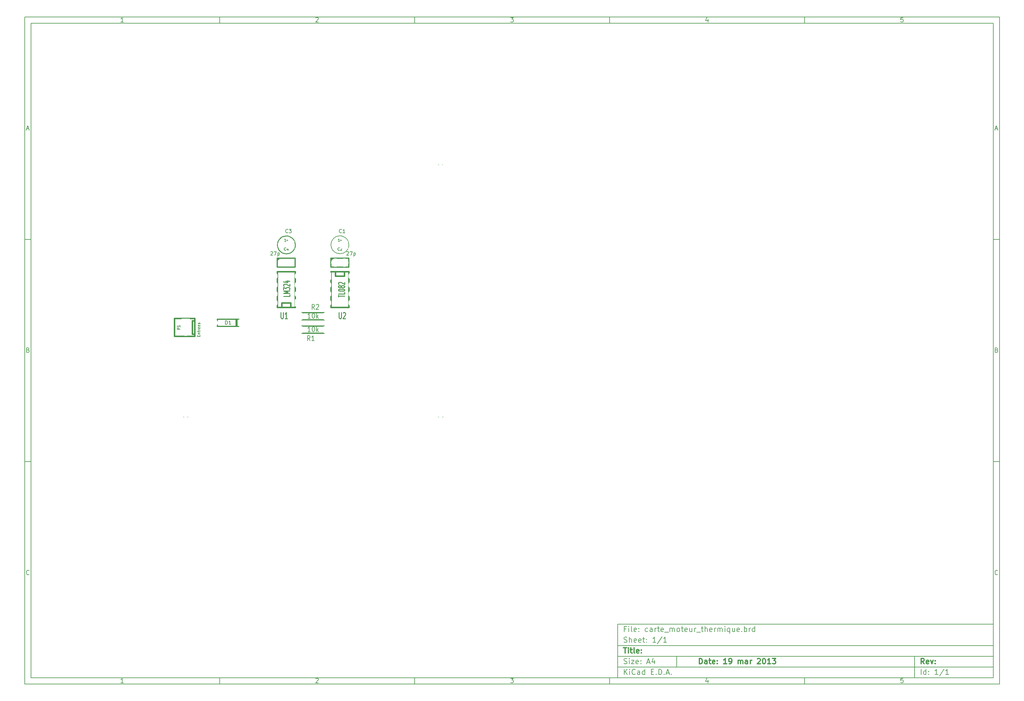
<source format=gto>
G04 (created by PCBNEW-RS274X (2012-01-19 BZR 3256)-stable) date 19/03/2013 15:02:58*
G01*
G70*
G90*
%MOIN*%
G04 Gerber Fmt 3.4, Leading zero omitted, Abs format*
%FSLAX34Y34*%
G04 APERTURE LIST*
%ADD10C,0.006000*%
%ADD11C,0.012000*%
%ADD12C,0.015000*%
%ADD13C,0.005000*%
%ADD14C,0.010000*%
%ADD15C,0.008000*%
%ADD16C,0.011300*%
%ADD17C,0.095000*%
%ADD18R,0.095000X0.095000*%
%ADD19C,0.235000*%
%ADD20C,0.105000*%
%ADD21R,0.075000X0.075000*%
%ADD22C,0.075000*%
%ADD23R,0.090000X0.090000*%
%ADD24C,0.090000*%
%ADD25C,0.295600*%
%ADD26R,0.110000X0.082000*%
%ADD27O,0.110000X0.082000*%
G04 APERTURE END LIST*
G54D10*
X04000Y-04000D02*
X113000Y-04000D01*
X113000Y-78670D01*
X04000Y-78670D01*
X04000Y-04000D01*
X04700Y-04700D02*
X112300Y-04700D01*
X112300Y-77970D01*
X04700Y-77970D01*
X04700Y-04700D01*
X25800Y-04000D02*
X25800Y-04700D01*
X15043Y-04552D02*
X14757Y-04552D01*
X14900Y-04552D02*
X14900Y-04052D01*
X14852Y-04124D01*
X14805Y-04171D01*
X14757Y-04195D01*
X25800Y-78670D02*
X25800Y-77970D01*
X15043Y-78522D02*
X14757Y-78522D01*
X14900Y-78522D02*
X14900Y-78022D01*
X14852Y-78094D01*
X14805Y-78141D01*
X14757Y-78165D01*
X47600Y-04000D02*
X47600Y-04700D01*
X36557Y-04100D02*
X36581Y-04076D01*
X36629Y-04052D01*
X36748Y-04052D01*
X36795Y-04076D01*
X36819Y-04100D01*
X36843Y-04148D01*
X36843Y-04195D01*
X36819Y-04267D01*
X36533Y-04552D01*
X36843Y-04552D01*
X47600Y-78670D02*
X47600Y-77970D01*
X36557Y-78070D02*
X36581Y-78046D01*
X36629Y-78022D01*
X36748Y-78022D01*
X36795Y-78046D01*
X36819Y-78070D01*
X36843Y-78118D01*
X36843Y-78165D01*
X36819Y-78237D01*
X36533Y-78522D01*
X36843Y-78522D01*
X69400Y-04000D02*
X69400Y-04700D01*
X58333Y-04052D02*
X58643Y-04052D01*
X58476Y-04243D01*
X58548Y-04243D01*
X58595Y-04267D01*
X58619Y-04290D01*
X58643Y-04338D01*
X58643Y-04457D01*
X58619Y-04505D01*
X58595Y-04529D01*
X58548Y-04552D01*
X58405Y-04552D01*
X58357Y-04529D01*
X58333Y-04505D01*
X69400Y-78670D02*
X69400Y-77970D01*
X58333Y-78022D02*
X58643Y-78022D01*
X58476Y-78213D01*
X58548Y-78213D01*
X58595Y-78237D01*
X58619Y-78260D01*
X58643Y-78308D01*
X58643Y-78427D01*
X58619Y-78475D01*
X58595Y-78499D01*
X58548Y-78522D01*
X58405Y-78522D01*
X58357Y-78499D01*
X58333Y-78475D01*
X91200Y-04000D02*
X91200Y-04700D01*
X80395Y-04219D02*
X80395Y-04552D01*
X80276Y-04029D02*
X80157Y-04386D01*
X80467Y-04386D01*
X91200Y-78670D02*
X91200Y-77970D01*
X80395Y-78189D02*
X80395Y-78522D01*
X80276Y-77999D02*
X80157Y-78356D01*
X80467Y-78356D01*
X102219Y-04052D02*
X101981Y-04052D01*
X101957Y-04290D01*
X101981Y-04267D01*
X102029Y-04243D01*
X102148Y-04243D01*
X102195Y-04267D01*
X102219Y-04290D01*
X102243Y-04338D01*
X102243Y-04457D01*
X102219Y-04505D01*
X102195Y-04529D01*
X102148Y-04552D01*
X102029Y-04552D01*
X101981Y-04529D01*
X101957Y-04505D01*
X102219Y-78022D02*
X101981Y-78022D01*
X101957Y-78260D01*
X101981Y-78237D01*
X102029Y-78213D01*
X102148Y-78213D01*
X102195Y-78237D01*
X102219Y-78260D01*
X102243Y-78308D01*
X102243Y-78427D01*
X102219Y-78475D01*
X102195Y-78499D01*
X102148Y-78522D01*
X102029Y-78522D01*
X101981Y-78499D01*
X101957Y-78475D01*
X04000Y-28890D02*
X04700Y-28890D01*
X04231Y-16510D02*
X04469Y-16510D01*
X04184Y-16652D02*
X04350Y-16152D01*
X04517Y-16652D01*
X113000Y-28890D02*
X112300Y-28890D01*
X112531Y-16510D02*
X112769Y-16510D01*
X112484Y-16652D02*
X112650Y-16152D01*
X112817Y-16652D01*
X04000Y-53780D02*
X04700Y-53780D01*
X04386Y-41280D02*
X04457Y-41304D01*
X04481Y-41328D01*
X04505Y-41376D01*
X04505Y-41447D01*
X04481Y-41495D01*
X04457Y-41519D01*
X04410Y-41542D01*
X04219Y-41542D01*
X04219Y-41042D01*
X04386Y-41042D01*
X04433Y-41066D01*
X04457Y-41090D01*
X04481Y-41138D01*
X04481Y-41185D01*
X04457Y-41233D01*
X04433Y-41257D01*
X04386Y-41280D01*
X04219Y-41280D01*
X113000Y-53780D02*
X112300Y-53780D01*
X112686Y-41280D02*
X112757Y-41304D01*
X112781Y-41328D01*
X112805Y-41376D01*
X112805Y-41447D01*
X112781Y-41495D01*
X112757Y-41519D01*
X112710Y-41542D01*
X112519Y-41542D01*
X112519Y-41042D01*
X112686Y-41042D01*
X112733Y-41066D01*
X112757Y-41090D01*
X112781Y-41138D01*
X112781Y-41185D01*
X112757Y-41233D01*
X112733Y-41257D01*
X112686Y-41280D01*
X112519Y-41280D01*
X04505Y-66385D02*
X04481Y-66409D01*
X04410Y-66432D01*
X04362Y-66432D01*
X04290Y-66409D01*
X04243Y-66361D01*
X04219Y-66313D01*
X04195Y-66218D01*
X04195Y-66147D01*
X04219Y-66051D01*
X04243Y-66004D01*
X04290Y-65956D01*
X04362Y-65932D01*
X04410Y-65932D01*
X04481Y-65956D01*
X04505Y-65980D01*
X112805Y-66385D02*
X112781Y-66409D01*
X112710Y-66432D01*
X112662Y-66432D01*
X112590Y-66409D01*
X112543Y-66361D01*
X112519Y-66313D01*
X112495Y-66218D01*
X112495Y-66147D01*
X112519Y-66051D01*
X112543Y-66004D01*
X112590Y-65956D01*
X112662Y-65932D01*
X112710Y-65932D01*
X112781Y-65956D01*
X112805Y-65980D01*
G54D11*
X79443Y-76413D02*
X79443Y-75813D01*
X79586Y-75813D01*
X79671Y-75841D01*
X79729Y-75899D01*
X79757Y-75956D01*
X79786Y-76070D01*
X79786Y-76156D01*
X79757Y-76270D01*
X79729Y-76327D01*
X79671Y-76384D01*
X79586Y-76413D01*
X79443Y-76413D01*
X80300Y-76413D02*
X80300Y-76099D01*
X80271Y-76041D01*
X80214Y-76013D01*
X80100Y-76013D01*
X80043Y-76041D01*
X80300Y-76384D02*
X80243Y-76413D01*
X80100Y-76413D01*
X80043Y-76384D01*
X80014Y-76327D01*
X80014Y-76270D01*
X80043Y-76213D01*
X80100Y-76184D01*
X80243Y-76184D01*
X80300Y-76156D01*
X80500Y-76013D02*
X80729Y-76013D01*
X80586Y-75813D02*
X80586Y-76327D01*
X80614Y-76384D01*
X80672Y-76413D01*
X80729Y-76413D01*
X81157Y-76384D02*
X81100Y-76413D01*
X80986Y-76413D01*
X80929Y-76384D01*
X80900Y-76327D01*
X80900Y-76099D01*
X80929Y-76041D01*
X80986Y-76013D01*
X81100Y-76013D01*
X81157Y-76041D01*
X81186Y-76099D01*
X81186Y-76156D01*
X80900Y-76213D01*
X81443Y-76356D02*
X81471Y-76384D01*
X81443Y-76413D01*
X81414Y-76384D01*
X81443Y-76356D01*
X81443Y-76413D01*
X81443Y-76041D02*
X81471Y-76070D01*
X81443Y-76099D01*
X81414Y-76070D01*
X81443Y-76041D01*
X81443Y-76099D01*
X82500Y-76413D02*
X82157Y-76413D01*
X82329Y-76413D02*
X82329Y-75813D01*
X82272Y-75899D01*
X82214Y-75956D01*
X82157Y-75984D01*
X82785Y-76413D02*
X82900Y-76413D01*
X82957Y-76384D01*
X82985Y-76356D01*
X83043Y-76270D01*
X83071Y-76156D01*
X83071Y-75927D01*
X83043Y-75870D01*
X83014Y-75841D01*
X82957Y-75813D01*
X82843Y-75813D01*
X82785Y-75841D01*
X82757Y-75870D01*
X82728Y-75927D01*
X82728Y-76070D01*
X82757Y-76127D01*
X82785Y-76156D01*
X82843Y-76184D01*
X82957Y-76184D01*
X83014Y-76156D01*
X83043Y-76127D01*
X83071Y-76070D01*
X83785Y-76413D02*
X83785Y-76013D01*
X83785Y-76070D02*
X83813Y-76041D01*
X83871Y-76013D01*
X83956Y-76013D01*
X84013Y-76041D01*
X84042Y-76099D01*
X84042Y-76413D01*
X84042Y-76099D02*
X84071Y-76041D01*
X84128Y-76013D01*
X84213Y-76013D01*
X84271Y-76041D01*
X84299Y-76099D01*
X84299Y-76413D01*
X84842Y-76413D02*
X84842Y-76099D01*
X84813Y-76041D01*
X84756Y-76013D01*
X84642Y-76013D01*
X84585Y-76041D01*
X84842Y-76384D02*
X84785Y-76413D01*
X84642Y-76413D01*
X84585Y-76384D01*
X84556Y-76327D01*
X84556Y-76270D01*
X84585Y-76213D01*
X84642Y-76184D01*
X84785Y-76184D01*
X84842Y-76156D01*
X85128Y-76413D02*
X85128Y-76013D01*
X85128Y-76127D02*
X85156Y-76070D01*
X85185Y-76041D01*
X85242Y-76013D01*
X85299Y-76013D01*
X85927Y-75870D02*
X85956Y-75841D01*
X86013Y-75813D01*
X86156Y-75813D01*
X86213Y-75841D01*
X86242Y-75870D01*
X86270Y-75927D01*
X86270Y-75984D01*
X86242Y-76070D01*
X85899Y-76413D01*
X86270Y-76413D01*
X86641Y-75813D02*
X86698Y-75813D01*
X86755Y-75841D01*
X86784Y-75870D01*
X86813Y-75927D01*
X86841Y-76041D01*
X86841Y-76184D01*
X86813Y-76299D01*
X86784Y-76356D01*
X86755Y-76384D01*
X86698Y-76413D01*
X86641Y-76413D01*
X86584Y-76384D01*
X86555Y-76356D01*
X86527Y-76299D01*
X86498Y-76184D01*
X86498Y-76041D01*
X86527Y-75927D01*
X86555Y-75870D01*
X86584Y-75841D01*
X86641Y-75813D01*
X87412Y-76413D02*
X87069Y-76413D01*
X87241Y-76413D02*
X87241Y-75813D01*
X87184Y-75899D01*
X87126Y-75956D01*
X87069Y-75984D01*
X87612Y-75813D02*
X87983Y-75813D01*
X87783Y-76041D01*
X87869Y-76041D01*
X87926Y-76070D01*
X87955Y-76099D01*
X87983Y-76156D01*
X87983Y-76299D01*
X87955Y-76356D01*
X87926Y-76384D01*
X87869Y-76413D01*
X87697Y-76413D01*
X87640Y-76384D01*
X87612Y-76356D01*
G54D10*
X71043Y-77613D02*
X71043Y-77013D01*
X71386Y-77613D02*
X71129Y-77270D01*
X71386Y-77013D02*
X71043Y-77356D01*
X71643Y-77613D02*
X71643Y-77213D01*
X71643Y-77013D02*
X71614Y-77041D01*
X71643Y-77070D01*
X71671Y-77041D01*
X71643Y-77013D01*
X71643Y-77070D01*
X72272Y-77556D02*
X72243Y-77584D01*
X72157Y-77613D01*
X72100Y-77613D01*
X72015Y-77584D01*
X71957Y-77527D01*
X71929Y-77470D01*
X71900Y-77356D01*
X71900Y-77270D01*
X71929Y-77156D01*
X71957Y-77099D01*
X72015Y-77041D01*
X72100Y-77013D01*
X72157Y-77013D01*
X72243Y-77041D01*
X72272Y-77070D01*
X72786Y-77613D02*
X72786Y-77299D01*
X72757Y-77241D01*
X72700Y-77213D01*
X72586Y-77213D01*
X72529Y-77241D01*
X72786Y-77584D02*
X72729Y-77613D01*
X72586Y-77613D01*
X72529Y-77584D01*
X72500Y-77527D01*
X72500Y-77470D01*
X72529Y-77413D01*
X72586Y-77384D01*
X72729Y-77384D01*
X72786Y-77356D01*
X73329Y-77613D02*
X73329Y-77013D01*
X73329Y-77584D02*
X73272Y-77613D01*
X73158Y-77613D01*
X73100Y-77584D01*
X73072Y-77556D01*
X73043Y-77499D01*
X73043Y-77327D01*
X73072Y-77270D01*
X73100Y-77241D01*
X73158Y-77213D01*
X73272Y-77213D01*
X73329Y-77241D01*
X74072Y-77299D02*
X74272Y-77299D01*
X74358Y-77613D02*
X74072Y-77613D01*
X74072Y-77013D01*
X74358Y-77013D01*
X74615Y-77556D02*
X74643Y-77584D01*
X74615Y-77613D01*
X74586Y-77584D01*
X74615Y-77556D01*
X74615Y-77613D01*
X74901Y-77613D02*
X74901Y-77013D01*
X75044Y-77013D01*
X75129Y-77041D01*
X75187Y-77099D01*
X75215Y-77156D01*
X75244Y-77270D01*
X75244Y-77356D01*
X75215Y-77470D01*
X75187Y-77527D01*
X75129Y-77584D01*
X75044Y-77613D01*
X74901Y-77613D01*
X75501Y-77556D02*
X75529Y-77584D01*
X75501Y-77613D01*
X75472Y-77584D01*
X75501Y-77556D01*
X75501Y-77613D01*
X75758Y-77441D02*
X76044Y-77441D01*
X75701Y-77613D02*
X75901Y-77013D01*
X76101Y-77613D01*
X76301Y-77556D02*
X76329Y-77584D01*
X76301Y-77613D01*
X76272Y-77584D01*
X76301Y-77556D01*
X76301Y-77613D01*
G54D11*
X104586Y-76413D02*
X104386Y-76127D01*
X104243Y-76413D02*
X104243Y-75813D01*
X104471Y-75813D01*
X104529Y-75841D01*
X104557Y-75870D01*
X104586Y-75927D01*
X104586Y-76013D01*
X104557Y-76070D01*
X104529Y-76099D01*
X104471Y-76127D01*
X104243Y-76127D01*
X105071Y-76384D02*
X105014Y-76413D01*
X104900Y-76413D01*
X104843Y-76384D01*
X104814Y-76327D01*
X104814Y-76099D01*
X104843Y-76041D01*
X104900Y-76013D01*
X105014Y-76013D01*
X105071Y-76041D01*
X105100Y-76099D01*
X105100Y-76156D01*
X104814Y-76213D01*
X105300Y-76013D02*
X105443Y-76413D01*
X105585Y-76013D01*
X105814Y-76356D02*
X105842Y-76384D01*
X105814Y-76413D01*
X105785Y-76384D01*
X105814Y-76356D01*
X105814Y-76413D01*
X105814Y-76041D02*
X105842Y-76070D01*
X105814Y-76099D01*
X105785Y-76070D01*
X105814Y-76041D01*
X105814Y-76099D01*
G54D10*
X71014Y-76384D02*
X71100Y-76413D01*
X71243Y-76413D01*
X71300Y-76384D01*
X71329Y-76356D01*
X71357Y-76299D01*
X71357Y-76241D01*
X71329Y-76184D01*
X71300Y-76156D01*
X71243Y-76127D01*
X71129Y-76099D01*
X71071Y-76070D01*
X71043Y-76041D01*
X71014Y-75984D01*
X71014Y-75927D01*
X71043Y-75870D01*
X71071Y-75841D01*
X71129Y-75813D01*
X71271Y-75813D01*
X71357Y-75841D01*
X71614Y-76413D02*
X71614Y-76013D01*
X71614Y-75813D02*
X71585Y-75841D01*
X71614Y-75870D01*
X71642Y-75841D01*
X71614Y-75813D01*
X71614Y-75870D01*
X71843Y-76013D02*
X72157Y-76013D01*
X71843Y-76413D01*
X72157Y-76413D01*
X72614Y-76384D02*
X72557Y-76413D01*
X72443Y-76413D01*
X72386Y-76384D01*
X72357Y-76327D01*
X72357Y-76099D01*
X72386Y-76041D01*
X72443Y-76013D01*
X72557Y-76013D01*
X72614Y-76041D01*
X72643Y-76099D01*
X72643Y-76156D01*
X72357Y-76213D01*
X72900Y-76356D02*
X72928Y-76384D01*
X72900Y-76413D01*
X72871Y-76384D01*
X72900Y-76356D01*
X72900Y-76413D01*
X72900Y-76041D02*
X72928Y-76070D01*
X72900Y-76099D01*
X72871Y-76070D01*
X72900Y-76041D01*
X72900Y-76099D01*
X73614Y-76241D02*
X73900Y-76241D01*
X73557Y-76413D02*
X73757Y-75813D01*
X73957Y-76413D01*
X74414Y-76013D02*
X74414Y-76413D01*
X74271Y-75784D02*
X74128Y-76213D01*
X74500Y-76213D01*
X104243Y-77613D02*
X104243Y-77013D01*
X104786Y-77613D02*
X104786Y-77013D01*
X104786Y-77584D02*
X104729Y-77613D01*
X104615Y-77613D01*
X104557Y-77584D01*
X104529Y-77556D01*
X104500Y-77499D01*
X104500Y-77327D01*
X104529Y-77270D01*
X104557Y-77241D01*
X104615Y-77213D01*
X104729Y-77213D01*
X104786Y-77241D01*
X105072Y-77556D02*
X105100Y-77584D01*
X105072Y-77613D01*
X105043Y-77584D01*
X105072Y-77556D01*
X105072Y-77613D01*
X105072Y-77241D02*
X105100Y-77270D01*
X105072Y-77299D01*
X105043Y-77270D01*
X105072Y-77241D01*
X105072Y-77299D01*
X106129Y-77613D02*
X105786Y-77613D01*
X105958Y-77613D02*
X105958Y-77013D01*
X105901Y-77099D01*
X105843Y-77156D01*
X105786Y-77184D01*
X106814Y-76984D02*
X106300Y-77756D01*
X107329Y-77613D02*
X106986Y-77613D01*
X107158Y-77613D02*
X107158Y-77013D01*
X107101Y-77099D01*
X107043Y-77156D01*
X106986Y-77184D01*
G54D11*
X70957Y-74613D02*
X71300Y-74613D01*
X71129Y-75213D02*
X71129Y-74613D01*
X71500Y-75213D02*
X71500Y-74813D01*
X71500Y-74613D02*
X71471Y-74641D01*
X71500Y-74670D01*
X71528Y-74641D01*
X71500Y-74613D01*
X71500Y-74670D01*
X71700Y-74813D02*
X71929Y-74813D01*
X71786Y-74613D02*
X71786Y-75127D01*
X71814Y-75184D01*
X71872Y-75213D01*
X71929Y-75213D01*
X72215Y-75213D02*
X72157Y-75184D01*
X72129Y-75127D01*
X72129Y-74613D01*
X72671Y-75184D02*
X72614Y-75213D01*
X72500Y-75213D01*
X72443Y-75184D01*
X72414Y-75127D01*
X72414Y-74899D01*
X72443Y-74841D01*
X72500Y-74813D01*
X72614Y-74813D01*
X72671Y-74841D01*
X72700Y-74899D01*
X72700Y-74956D01*
X72414Y-75013D01*
X72957Y-75156D02*
X72985Y-75184D01*
X72957Y-75213D01*
X72928Y-75184D01*
X72957Y-75156D01*
X72957Y-75213D01*
X72957Y-74841D02*
X72985Y-74870D01*
X72957Y-74899D01*
X72928Y-74870D01*
X72957Y-74841D01*
X72957Y-74899D01*
G54D10*
X71243Y-72499D02*
X71043Y-72499D01*
X71043Y-72813D02*
X71043Y-72213D01*
X71329Y-72213D01*
X71557Y-72813D02*
X71557Y-72413D01*
X71557Y-72213D02*
X71528Y-72241D01*
X71557Y-72270D01*
X71585Y-72241D01*
X71557Y-72213D01*
X71557Y-72270D01*
X71929Y-72813D02*
X71871Y-72784D01*
X71843Y-72727D01*
X71843Y-72213D01*
X72385Y-72784D02*
X72328Y-72813D01*
X72214Y-72813D01*
X72157Y-72784D01*
X72128Y-72727D01*
X72128Y-72499D01*
X72157Y-72441D01*
X72214Y-72413D01*
X72328Y-72413D01*
X72385Y-72441D01*
X72414Y-72499D01*
X72414Y-72556D01*
X72128Y-72613D01*
X72671Y-72756D02*
X72699Y-72784D01*
X72671Y-72813D01*
X72642Y-72784D01*
X72671Y-72756D01*
X72671Y-72813D01*
X72671Y-72441D02*
X72699Y-72470D01*
X72671Y-72499D01*
X72642Y-72470D01*
X72671Y-72441D01*
X72671Y-72499D01*
X73671Y-72784D02*
X73614Y-72813D01*
X73500Y-72813D01*
X73442Y-72784D01*
X73414Y-72756D01*
X73385Y-72699D01*
X73385Y-72527D01*
X73414Y-72470D01*
X73442Y-72441D01*
X73500Y-72413D01*
X73614Y-72413D01*
X73671Y-72441D01*
X74185Y-72813D02*
X74185Y-72499D01*
X74156Y-72441D01*
X74099Y-72413D01*
X73985Y-72413D01*
X73928Y-72441D01*
X74185Y-72784D02*
X74128Y-72813D01*
X73985Y-72813D01*
X73928Y-72784D01*
X73899Y-72727D01*
X73899Y-72670D01*
X73928Y-72613D01*
X73985Y-72584D01*
X74128Y-72584D01*
X74185Y-72556D01*
X74471Y-72813D02*
X74471Y-72413D01*
X74471Y-72527D02*
X74499Y-72470D01*
X74528Y-72441D01*
X74585Y-72413D01*
X74642Y-72413D01*
X74756Y-72413D02*
X74985Y-72413D01*
X74842Y-72213D02*
X74842Y-72727D01*
X74870Y-72784D01*
X74928Y-72813D01*
X74985Y-72813D01*
X75413Y-72784D02*
X75356Y-72813D01*
X75242Y-72813D01*
X75185Y-72784D01*
X75156Y-72727D01*
X75156Y-72499D01*
X75185Y-72441D01*
X75242Y-72413D01*
X75356Y-72413D01*
X75413Y-72441D01*
X75442Y-72499D01*
X75442Y-72556D01*
X75156Y-72613D01*
X75556Y-72870D02*
X76013Y-72870D01*
X76156Y-72813D02*
X76156Y-72413D01*
X76156Y-72470D02*
X76184Y-72441D01*
X76242Y-72413D01*
X76327Y-72413D01*
X76384Y-72441D01*
X76413Y-72499D01*
X76413Y-72813D01*
X76413Y-72499D02*
X76442Y-72441D01*
X76499Y-72413D01*
X76584Y-72413D01*
X76642Y-72441D01*
X76670Y-72499D01*
X76670Y-72813D01*
X77042Y-72813D02*
X76984Y-72784D01*
X76956Y-72756D01*
X76927Y-72699D01*
X76927Y-72527D01*
X76956Y-72470D01*
X76984Y-72441D01*
X77042Y-72413D01*
X77127Y-72413D01*
X77184Y-72441D01*
X77213Y-72470D01*
X77242Y-72527D01*
X77242Y-72699D01*
X77213Y-72756D01*
X77184Y-72784D01*
X77127Y-72813D01*
X77042Y-72813D01*
X77413Y-72413D02*
X77642Y-72413D01*
X77499Y-72213D02*
X77499Y-72727D01*
X77527Y-72784D01*
X77585Y-72813D01*
X77642Y-72813D01*
X78070Y-72784D02*
X78013Y-72813D01*
X77899Y-72813D01*
X77842Y-72784D01*
X77813Y-72727D01*
X77813Y-72499D01*
X77842Y-72441D01*
X77899Y-72413D01*
X78013Y-72413D01*
X78070Y-72441D01*
X78099Y-72499D01*
X78099Y-72556D01*
X77813Y-72613D01*
X78613Y-72413D02*
X78613Y-72813D01*
X78356Y-72413D02*
X78356Y-72727D01*
X78384Y-72784D01*
X78442Y-72813D01*
X78527Y-72813D01*
X78584Y-72784D01*
X78613Y-72756D01*
X78899Y-72813D02*
X78899Y-72413D01*
X78899Y-72527D02*
X78927Y-72470D01*
X78956Y-72441D01*
X79013Y-72413D01*
X79070Y-72413D01*
X79127Y-72870D02*
X79584Y-72870D01*
X79641Y-72413D02*
X79870Y-72413D01*
X79727Y-72213D02*
X79727Y-72727D01*
X79755Y-72784D01*
X79813Y-72813D01*
X79870Y-72813D01*
X80070Y-72813D02*
X80070Y-72213D01*
X80327Y-72813D02*
X80327Y-72499D01*
X80298Y-72441D01*
X80241Y-72413D01*
X80156Y-72413D01*
X80098Y-72441D01*
X80070Y-72470D01*
X80841Y-72784D02*
X80784Y-72813D01*
X80670Y-72813D01*
X80613Y-72784D01*
X80584Y-72727D01*
X80584Y-72499D01*
X80613Y-72441D01*
X80670Y-72413D01*
X80784Y-72413D01*
X80841Y-72441D01*
X80870Y-72499D01*
X80870Y-72556D01*
X80584Y-72613D01*
X81127Y-72813D02*
X81127Y-72413D01*
X81127Y-72527D02*
X81155Y-72470D01*
X81184Y-72441D01*
X81241Y-72413D01*
X81298Y-72413D01*
X81498Y-72813D02*
X81498Y-72413D01*
X81498Y-72470D02*
X81526Y-72441D01*
X81584Y-72413D01*
X81669Y-72413D01*
X81726Y-72441D01*
X81755Y-72499D01*
X81755Y-72813D01*
X81755Y-72499D02*
X81784Y-72441D01*
X81841Y-72413D01*
X81926Y-72413D01*
X81984Y-72441D01*
X82012Y-72499D01*
X82012Y-72813D01*
X82298Y-72813D02*
X82298Y-72413D01*
X82298Y-72213D02*
X82269Y-72241D01*
X82298Y-72270D01*
X82326Y-72241D01*
X82298Y-72213D01*
X82298Y-72270D01*
X82841Y-72413D02*
X82841Y-73013D01*
X82841Y-72784D02*
X82784Y-72813D01*
X82670Y-72813D01*
X82612Y-72784D01*
X82584Y-72756D01*
X82555Y-72699D01*
X82555Y-72527D01*
X82584Y-72470D01*
X82612Y-72441D01*
X82670Y-72413D01*
X82784Y-72413D01*
X82841Y-72441D01*
X83384Y-72413D02*
X83384Y-72813D01*
X83127Y-72413D02*
X83127Y-72727D01*
X83155Y-72784D01*
X83213Y-72813D01*
X83298Y-72813D01*
X83355Y-72784D01*
X83384Y-72756D01*
X83898Y-72784D02*
X83841Y-72813D01*
X83727Y-72813D01*
X83670Y-72784D01*
X83641Y-72727D01*
X83641Y-72499D01*
X83670Y-72441D01*
X83727Y-72413D01*
X83841Y-72413D01*
X83898Y-72441D01*
X83927Y-72499D01*
X83927Y-72556D01*
X83641Y-72613D01*
X84184Y-72756D02*
X84212Y-72784D01*
X84184Y-72813D01*
X84155Y-72784D01*
X84184Y-72756D01*
X84184Y-72813D01*
X84470Y-72813D02*
X84470Y-72213D01*
X84470Y-72441D02*
X84527Y-72413D01*
X84641Y-72413D01*
X84698Y-72441D01*
X84727Y-72470D01*
X84756Y-72527D01*
X84756Y-72699D01*
X84727Y-72756D01*
X84698Y-72784D01*
X84641Y-72813D01*
X84527Y-72813D01*
X84470Y-72784D01*
X85013Y-72813D02*
X85013Y-72413D01*
X85013Y-72527D02*
X85041Y-72470D01*
X85070Y-72441D01*
X85127Y-72413D01*
X85184Y-72413D01*
X85641Y-72813D02*
X85641Y-72213D01*
X85641Y-72784D02*
X85584Y-72813D01*
X85470Y-72813D01*
X85412Y-72784D01*
X85384Y-72756D01*
X85355Y-72699D01*
X85355Y-72527D01*
X85384Y-72470D01*
X85412Y-72441D01*
X85470Y-72413D01*
X85584Y-72413D01*
X85641Y-72441D01*
X71014Y-73984D02*
X71100Y-74013D01*
X71243Y-74013D01*
X71300Y-73984D01*
X71329Y-73956D01*
X71357Y-73899D01*
X71357Y-73841D01*
X71329Y-73784D01*
X71300Y-73756D01*
X71243Y-73727D01*
X71129Y-73699D01*
X71071Y-73670D01*
X71043Y-73641D01*
X71014Y-73584D01*
X71014Y-73527D01*
X71043Y-73470D01*
X71071Y-73441D01*
X71129Y-73413D01*
X71271Y-73413D01*
X71357Y-73441D01*
X71614Y-74013D02*
X71614Y-73413D01*
X71871Y-74013D02*
X71871Y-73699D01*
X71842Y-73641D01*
X71785Y-73613D01*
X71700Y-73613D01*
X71642Y-73641D01*
X71614Y-73670D01*
X72385Y-73984D02*
X72328Y-74013D01*
X72214Y-74013D01*
X72157Y-73984D01*
X72128Y-73927D01*
X72128Y-73699D01*
X72157Y-73641D01*
X72214Y-73613D01*
X72328Y-73613D01*
X72385Y-73641D01*
X72414Y-73699D01*
X72414Y-73756D01*
X72128Y-73813D01*
X72899Y-73984D02*
X72842Y-74013D01*
X72728Y-74013D01*
X72671Y-73984D01*
X72642Y-73927D01*
X72642Y-73699D01*
X72671Y-73641D01*
X72728Y-73613D01*
X72842Y-73613D01*
X72899Y-73641D01*
X72928Y-73699D01*
X72928Y-73756D01*
X72642Y-73813D01*
X73099Y-73613D02*
X73328Y-73613D01*
X73185Y-73413D02*
X73185Y-73927D01*
X73213Y-73984D01*
X73271Y-74013D01*
X73328Y-74013D01*
X73528Y-73956D02*
X73556Y-73984D01*
X73528Y-74013D01*
X73499Y-73984D01*
X73528Y-73956D01*
X73528Y-74013D01*
X73528Y-73641D02*
X73556Y-73670D01*
X73528Y-73699D01*
X73499Y-73670D01*
X73528Y-73641D01*
X73528Y-73699D01*
X74585Y-74013D02*
X74242Y-74013D01*
X74414Y-74013D02*
X74414Y-73413D01*
X74357Y-73499D01*
X74299Y-73556D01*
X74242Y-73584D01*
X75270Y-73384D02*
X74756Y-74156D01*
X75785Y-74013D02*
X75442Y-74013D01*
X75614Y-74013D02*
X75614Y-73413D01*
X75557Y-73499D01*
X75499Y-73556D01*
X75442Y-73584D01*
X70300Y-71970D02*
X70300Y-77970D01*
X70300Y-71970D02*
X112300Y-71970D01*
X70300Y-71970D02*
X112300Y-71970D01*
X70300Y-74370D02*
X112300Y-74370D01*
X103500Y-75570D02*
X103500Y-77970D01*
X70300Y-76770D02*
X112300Y-76770D01*
X70300Y-75570D02*
X112300Y-75570D01*
X76900Y-75570D02*
X76900Y-76770D01*
G54D11*
X37750Y-39000D02*
X37550Y-39000D01*
X34750Y-39000D02*
X34950Y-39000D01*
X34950Y-39000D02*
X34950Y-39400D01*
X34950Y-39400D02*
X37550Y-39400D01*
X37550Y-39400D02*
X37550Y-38600D01*
X37550Y-38600D02*
X34950Y-38600D01*
X34950Y-38600D02*
X34950Y-39000D01*
X37550Y-39200D02*
X37350Y-39400D01*
X34750Y-37500D02*
X34950Y-37500D01*
X37750Y-37500D02*
X37550Y-37500D01*
X37550Y-37500D02*
X37550Y-37100D01*
X37550Y-37100D02*
X34950Y-37100D01*
X34950Y-37100D02*
X34950Y-37900D01*
X34950Y-37900D02*
X37550Y-37900D01*
X37550Y-37900D02*
X37550Y-37500D01*
X34950Y-37300D02*
X35150Y-37100D01*
G54D12*
X23000Y-38000D02*
X22750Y-38000D01*
X22750Y-38000D02*
X22750Y-39500D01*
X22750Y-39500D02*
X23000Y-39500D01*
X23000Y-37750D02*
X20750Y-37750D01*
X20750Y-37750D02*
X20750Y-39750D01*
X20750Y-39750D02*
X23000Y-39750D01*
X23000Y-39750D02*
X23000Y-37750D01*
G54D10*
X21500Y-37750D02*
X22500Y-37750D01*
X22500Y-39750D02*
X21500Y-39750D01*
G54D11*
X28250Y-38250D02*
X27950Y-38250D01*
X27950Y-38250D02*
X27950Y-37850D01*
X27950Y-37850D02*
X25550Y-37850D01*
X25550Y-37850D02*
X25550Y-38250D01*
X25550Y-38250D02*
X25250Y-38250D01*
X25550Y-38250D02*
X25550Y-38650D01*
X25550Y-38650D02*
X27950Y-38650D01*
X27950Y-38650D02*
X27950Y-38250D01*
X27750Y-37850D02*
X27750Y-38650D01*
X27650Y-38650D02*
X27650Y-37850D01*
G54D13*
X40251Y-29500D02*
X40231Y-29694D01*
X40175Y-29881D01*
X40083Y-30053D01*
X39960Y-30205D01*
X39809Y-30329D01*
X39637Y-30422D01*
X39451Y-30480D01*
X39256Y-30500D01*
X39063Y-30483D01*
X38876Y-30428D01*
X38702Y-30337D01*
X38550Y-30215D01*
X38425Y-30065D01*
X38330Y-29894D01*
X38271Y-29708D01*
X38250Y-29513D01*
X38266Y-29320D01*
X38320Y-29132D01*
X38409Y-28958D01*
X38530Y-28805D01*
X38679Y-28679D01*
X38850Y-28583D01*
X39036Y-28523D01*
X39230Y-28500D01*
X39423Y-28515D01*
X39611Y-28567D01*
X39786Y-28655D01*
X39940Y-28776D01*
X40067Y-28923D01*
X40164Y-29093D01*
X40226Y-29279D01*
X40250Y-29473D01*
X40251Y-29500D01*
G54D11*
X38270Y-31000D02*
X40250Y-31000D01*
X40250Y-31000D02*
X40250Y-32000D01*
X40250Y-32000D02*
X38250Y-32000D01*
X38250Y-32000D02*
X38250Y-31000D01*
X38250Y-31250D02*
X38500Y-31000D01*
G54D12*
X22900Y-50250D02*
X22882Y-50424D01*
X22832Y-50592D01*
X22749Y-50748D01*
X22638Y-50884D01*
X22503Y-50996D01*
X22348Y-51079D01*
X22180Y-51131D01*
X22006Y-51149D01*
X21832Y-51134D01*
X21663Y-51084D01*
X21508Y-51003D01*
X21371Y-50893D01*
X21258Y-50758D01*
X21173Y-50604D01*
X21120Y-50437D01*
X21101Y-50262D01*
X21115Y-50088D01*
X21164Y-49919D01*
X21244Y-49763D01*
X21353Y-49625D01*
X21487Y-49511D01*
X21640Y-49426D01*
X21807Y-49371D01*
X21982Y-49351D01*
X22156Y-49364D01*
X22325Y-49411D01*
X22482Y-49491D01*
X22620Y-49599D01*
X22735Y-49732D01*
X22822Y-49884D01*
X22877Y-50051D01*
X22899Y-50225D01*
X22900Y-50250D01*
X51400Y-50250D02*
X51382Y-50424D01*
X51332Y-50592D01*
X51249Y-50748D01*
X51138Y-50884D01*
X51003Y-50996D01*
X50848Y-51079D01*
X50680Y-51131D01*
X50506Y-51149D01*
X50332Y-51134D01*
X50163Y-51084D01*
X50008Y-51003D01*
X49871Y-50893D01*
X49758Y-50758D01*
X49673Y-50604D01*
X49620Y-50437D01*
X49601Y-50262D01*
X49615Y-50088D01*
X49664Y-49919D01*
X49744Y-49763D01*
X49853Y-49625D01*
X49987Y-49511D01*
X50140Y-49426D01*
X50307Y-49371D01*
X50482Y-49351D01*
X50656Y-49364D01*
X50825Y-49411D01*
X50982Y-49491D01*
X51120Y-49599D01*
X51235Y-49732D01*
X51322Y-49884D01*
X51377Y-50051D01*
X51399Y-50225D01*
X51400Y-50250D01*
X51400Y-22000D02*
X51382Y-22174D01*
X51332Y-22342D01*
X51249Y-22498D01*
X51138Y-22634D01*
X51003Y-22746D01*
X50848Y-22829D01*
X50680Y-22881D01*
X50506Y-22899D01*
X50332Y-22884D01*
X50163Y-22834D01*
X50008Y-22753D01*
X49871Y-22643D01*
X49758Y-22508D01*
X49673Y-22354D01*
X49620Y-22187D01*
X49601Y-22012D01*
X49615Y-21838D01*
X49664Y-21669D01*
X49744Y-21513D01*
X49853Y-21375D01*
X49987Y-21261D01*
X50140Y-21176D01*
X50307Y-21121D01*
X50482Y-21101D01*
X50656Y-21114D01*
X50825Y-21161D01*
X50982Y-21241D01*
X51120Y-21349D01*
X51235Y-21482D01*
X51322Y-21634D01*
X51377Y-21801D01*
X51399Y-21975D01*
X51400Y-22000D01*
X39750Y-32500D02*
X39750Y-33000D01*
X39750Y-33000D02*
X38750Y-33000D01*
X38750Y-33000D02*
X38750Y-32500D01*
X40250Y-32500D02*
X40250Y-36500D01*
X40250Y-36500D02*
X38250Y-36500D01*
X38250Y-36500D02*
X38250Y-32500D01*
X38250Y-32500D02*
X40250Y-32500D01*
X32750Y-36500D02*
X32750Y-36000D01*
X32750Y-36000D02*
X33750Y-36000D01*
X33750Y-36000D02*
X33750Y-36500D01*
X32250Y-36500D02*
X32250Y-32500D01*
X32250Y-32500D02*
X34250Y-32500D01*
X34250Y-32500D02*
X34250Y-36500D01*
X34250Y-36500D02*
X32250Y-36500D01*
G54D14*
X34251Y-29500D02*
X34231Y-29694D01*
X34175Y-29881D01*
X34083Y-30053D01*
X33960Y-30205D01*
X33809Y-30329D01*
X33637Y-30422D01*
X33451Y-30480D01*
X33256Y-30500D01*
X33063Y-30483D01*
X32876Y-30428D01*
X32702Y-30337D01*
X32550Y-30215D01*
X32425Y-30065D01*
X32330Y-29894D01*
X32271Y-29708D01*
X32250Y-29513D01*
X32266Y-29320D01*
X32320Y-29132D01*
X32409Y-28958D01*
X32530Y-28805D01*
X32679Y-28679D01*
X32850Y-28583D01*
X33036Y-28523D01*
X33230Y-28500D01*
X33423Y-28515D01*
X33611Y-28567D01*
X33786Y-28655D01*
X33940Y-28776D01*
X34067Y-28923D01*
X34164Y-29093D01*
X34226Y-29279D01*
X34250Y-29473D01*
X34251Y-29500D01*
G54D11*
X32270Y-31000D02*
X34250Y-31000D01*
X34250Y-31000D02*
X34250Y-32000D01*
X34250Y-32000D02*
X32250Y-32000D01*
X32250Y-32000D02*
X32250Y-31000D01*
X32250Y-31250D02*
X32500Y-31000D01*
G54D15*
X35917Y-40223D02*
X35750Y-39961D01*
X35631Y-40223D02*
X35631Y-39673D01*
X35822Y-39673D01*
X35869Y-39699D01*
X35893Y-39725D01*
X35917Y-39777D01*
X35917Y-39856D01*
X35893Y-39908D01*
X35869Y-39935D01*
X35822Y-39961D01*
X35631Y-39961D01*
X36393Y-40223D02*
X36107Y-40223D01*
X36250Y-40223D02*
X36250Y-39673D01*
X36202Y-39751D01*
X36155Y-39804D01*
X36107Y-39830D01*
X35953Y-39223D02*
X35667Y-39223D01*
X35810Y-39223D02*
X35810Y-38673D01*
X35762Y-38751D01*
X35715Y-38804D01*
X35667Y-38830D01*
X36262Y-38673D02*
X36310Y-38673D01*
X36358Y-38699D01*
X36381Y-38725D01*
X36405Y-38777D01*
X36429Y-38882D01*
X36429Y-39013D01*
X36405Y-39118D01*
X36381Y-39170D01*
X36358Y-39196D01*
X36310Y-39223D01*
X36262Y-39223D01*
X36215Y-39196D01*
X36191Y-39170D01*
X36167Y-39118D01*
X36143Y-39013D01*
X36143Y-38882D01*
X36167Y-38777D01*
X36191Y-38725D01*
X36215Y-38699D01*
X36262Y-38673D01*
X36643Y-39223D02*
X36643Y-38673D01*
X36691Y-39013D02*
X36834Y-39223D01*
X36834Y-38856D02*
X36643Y-39065D01*
X36417Y-36723D02*
X36250Y-36461D01*
X36131Y-36723D02*
X36131Y-36173D01*
X36322Y-36173D01*
X36369Y-36199D01*
X36393Y-36225D01*
X36417Y-36277D01*
X36417Y-36356D01*
X36393Y-36408D01*
X36369Y-36435D01*
X36322Y-36461D01*
X36131Y-36461D01*
X36607Y-36225D02*
X36631Y-36199D01*
X36679Y-36173D01*
X36798Y-36173D01*
X36845Y-36199D01*
X36869Y-36225D01*
X36893Y-36277D01*
X36893Y-36330D01*
X36869Y-36408D01*
X36583Y-36723D01*
X36893Y-36723D01*
X35953Y-37723D02*
X35667Y-37723D01*
X35810Y-37723D02*
X35810Y-37173D01*
X35762Y-37251D01*
X35715Y-37304D01*
X35667Y-37330D01*
X36262Y-37173D02*
X36310Y-37173D01*
X36358Y-37199D01*
X36381Y-37225D01*
X36405Y-37277D01*
X36429Y-37382D01*
X36429Y-37513D01*
X36405Y-37618D01*
X36381Y-37670D01*
X36358Y-37696D01*
X36310Y-37723D01*
X36262Y-37723D01*
X36215Y-37696D01*
X36191Y-37670D01*
X36167Y-37618D01*
X36143Y-37513D01*
X36143Y-37382D01*
X36167Y-37277D01*
X36191Y-37225D01*
X36215Y-37199D01*
X36262Y-37173D01*
X36643Y-37723D02*
X36643Y-37173D01*
X36691Y-37513D02*
X36834Y-37723D01*
X36834Y-37356D02*
X36643Y-37565D01*
G54D10*
X21371Y-38972D02*
X21071Y-38972D01*
X21071Y-38857D01*
X21086Y-38829D01*
X21100Y-38814D01*
X21129Y-38800D01*
X21171Y-38800D01*
X21200Y-38814D01*
X21214Y-38829D01*
X21229Y-38857D01*
X21229Y-38972D01*
X21371Y-38514D02*
X21371Y-38686D01*
X21371Y-38600D02*
X21071Y-38600D01*
X21114Y-38629D01*
X21143Y-38657D01*
X21157Y-38686D01*
X23464Y-39757D02*
X23464Y-39657D01*
X23621Y-39614D02*
X23621Y-39757D01*
X23321Y-39757D01*
X23321Y-39614D01*
X23421Y-39486D02*
X23621Y-39486D01*
X23450Y-39486D02*
X23436Y-39471D01*
X23421Y-39443D01*
X23421Y-39400D01*
X23436Y-39371D01*
X23464Y-39357D01*
X23621Y-39357D01*
X23421Y-39257D02*
X23421Y-39143D01*
X23321Y-39215D02*
X23579Y-39215D01*
X23607Y-39200D01*
X23621Y-39172D01*
X23621Y-39143D01*
X23621Y-39044D02*
X23421Y-39044D01*
X23479Y-39044D02*
X23450Y-39029D01*
X23436Y-39015D01*
X23421Y-38986D01*
X23421Y-38958D01*
X23607Y-38743D02*
X23621Y-38772D01*
X23621Y-38829D01*
X23607Y-38858D01*
X23579Y-38872D01*
X23464Y-38872D01*
X23436Y-38858D01*
X23421Y-38829D01*
X23421Y-38772D01*
X23436Y-38743D01*
X23464Y-38729D01*
X23493Y-38729D01*
X23521Y-38872D01*
X23607Y-38486D02*
X23621Y-38515D01*
X23621Y-38572D01*
X23607Y-38601D01*
X23579Y-38615D01*
X23464Y-38615D01*
X23436Y-38601D01*
X23421Y-38572D01*
X23421Y-38515D01*
X23436Y-38486D01*
X23464Y-38472D01*
X23493Y-38472D01*
X23521Y-38615D01*
X23607Y-38358D02*
X23621Y-38329D01*
X23621Y-38272D01*
X23607Y-38244D01*
X23579Y-38229D01*
X23564Y-38229D01*
X23536Y-38244D01*
X23521Y-38272D01*
X23521Y-38315D01*
X23507Y-38344D01*
X23479Y-38358D01*
X23464Y-38358D01*
X23436Y-38344D01*
X23421Y-38315D01*
X23421Y-38272D01*
X23436Y-38244D01*
G54D15*
X26455Y-38412D02*
X26455Y-38012D01*
X26550Y-38012D01*
X26608Y-38031D01*
X26646Y-38069D01*
X26665Y-38107D01*
X26684Y-38183D01*
X26684Y-38240D01*
X26665Y-38317D01*
X26646Y-38355D01*
X26608Y-38393D01*
X26550Y-38412D01*
X26455Y-38412D01*
X27065Y-38412D02*
X26836Y-38412D01*
X26950Y-38412D02*
X26950Y-38012D01*
X26912Y-38069D01*
X26874Y-38107D01*
X26836Y-38126D01*
G54D13*
X39200Y-30093D02*
X39186Y-30107D01*
X39143Y-30121D01*
X39114Y-30121D01*
X39071Y-30107D01*
X39043Y-30079D01*
X39028Y-30050D01*
X39014Y-29993D01*
X39014Y-29950D01*
X39028Y-29893D01*
X39043Y-29864D01*
X39071Y-29836D01*
X39114Y-29821D01*
X39143Y-29821D01*
X39186Y-29836D01*
X39200Y-29850D01*
X39314Y-29850D02*
X39328Y-29836D01*
X39357Y-29821D01*
X39428Y-29821D01*
X39457Y-29836D01*
X39471Y-29850D01*
X39486Y-29879D01*
X39486Y-29907D01*
X39471Y-29950D01*
X39300Y-30121D01*
X39486Y-30121D01*
X39208Y-29121D02*
X39066Y-29121D01*
X39137Y-29121D02*
X39137Y-28821D01*
X39113Y-28864D01*
X39089Y-28893D01*
X39066Y-28907D01*
X39423Y-28921D02*
X39423Y-29121D01*
X39316Y-28921D02*
X39316Y-29079D01*
X39327Y-29107D01*
X39351Y-29121D01*
X39387Y-29121D01*
X39411Y-29107D01*
X39423Y-29093D01*
G54D15*
X39434Y-28124D02*
X39415Y-28143D01*
X39358Y-28162D01*
X39320Y-28162D01*
X39262Y-28143D01*
X39224Y-28105D01*
X39205Y-28067D01*
X39186Y-27990D01*
X39186Y-27933D01*
X39205Y-27857D01*
X39224Y-27819D01*
X39262Y-27781D01*
X39320Y-27762D01*
X39358Y-27762D01*
X39415Y-27781D01*
X39434Y-27800D01*
X39815Y-28162D02*
X39586Y-28162D01*
X39700Y-28162D02*
X39700Y-27762D01*
X39662Y-27819D01*
X39624Y-27857D01*
X39586Y-27876D01*
X40014Y-30300D02*
X40033Y-30281D01*
X40071Y-30262D01*
X40167Y-30262D01*
X40205Y-30281D01*
X40224Y-30300D01*
X40243Y-30338D01*
X40243Y-30376D01*
X40224Y-30433D01*
X39995Y-30662D01*
X40243Y-30662D01*
X40376Y-30262D02*
X40643Y-30262D01*
X40471Y-30662D01*
X40795Y-30395D02*
X40795Y-30795D01*
X40795Y-30414D02*
X40833Y-30395D01*
X40910Y-30395D01*
X40948Y-30414D01*
X40967Y-30433D01*
X40986Y-30471D01*
X40986Y-30586D01*
X40967Y-30624D01*
X40948Y-30643D01*
X40910Y-30662D01*
X40833Y-30662D01*
X40795Y-30643D01*
G54D14*
X21705Y-49212D02*
X21705Y-48812D01*
X21858Y-48812D01*
X21896Y-48831D01*
X21915Y-48850D01*
X21934Y-48888D01*
X21934Y-48945D01*
X21915Y-48983D01*
X21896Y-49002D01*
X21858Y-49021D01*
X21705Y-49021D01*
X22086Y-48850D02*
X22105Y-48831D01*
X22143Y-48812D01*
X22239Y-48812D01*
X22277Y-48831D01*
X22296Y-48850D01*
X22315Y-48888D01*
X22315Y-48926D01*
X22296Y-48983D01*
X22067Y-49212D01*
X22315Y-49212D01*
X50205Y-49212D02*
X50205Y-48812D01*
X50358Y-48812D01*
X50396Y-48831D01*
X50415Y-48850D01*
X50434Y-48888D01*
X50434Y-48945D01*
X50415Y-48983D01*
X50396Y-49002D01*
X50358Y-49021D01*
X50205Y-49021D01*
X50567Y-48812D02*
X50815Y-48812D01*
X50681Y-48964D01*
X50739Y-48964D01*
X50777Y-48983D01*
X50796Y-49002D01*
X50815Y-49040D01*
X50815Y-49136D01*
X50796Y-49174D01*
X50777Y-49193D01*
X50739Y-49212D01*
X50624Y-49212D01*
X50586Y-49193D01*
X50567Y-49174D01*
X50205Y-20962D02*
X50205Y-20562D01*
X50358Y-20562D01*
X50396Y-20581D01*
X50415Y-20600D01*
X50434Y-20638D01*
X50434Y-20695D01*
X50415Y-20733D01*
X50396Y-20752D01*
X50358Y-20771D01*
X50205Y-20771D01*
X50777Y-20695D02*
X50777Y-20962D01*
X50681Y-20543D02*
X50586Y-20829D01*
X50834Y-20829D01*
G54D16*
X39157Y-37083D02*
X39157Y-37650D01*
X39179Y-37717D01*
X39200Y-37750D01*
X39243Y-37783D01*
X39329Y-37783D01*
X39371Y-37750D01*
X39393Y-37717D01*
X39414Y-37650D01*
X39414Y-37083D01*
X39607Y-37150D02*
X39628Y-37117D01*
X39671Y-37083D01*
X39778Y-37083D01*
X39821Y-37117D01*
X39842Y-37150D01*
X39864Y-37217D01*
X39864Y-37283D01*
X39842Y-37383D01*
X39585Y-37783D01*
X39864Y-37783D01*
G54D14*
X39083Y-35348D02*
X39083Y-35119D01*
X39783Y-35234D02*
X39083Y-35234D01*
X39783Y-34795D02*
X39783Y-34986D01*
X39083Y-34986D01*
X39083Y-34586D02*
X39083Y-34547D01*
X39117Y-34509D01*
X39150Y-34490D01*
X39217Y-34471D01*
X39350Y-34452D01*
X39517Y-34452D01*
X39650Y-34471D01*
X39717Y-34490D01*
X39750Y-34509D01*
X39783Y-34547D01*
X39783Y-34586D01*
X39750Y-34624D01*
X39717Y-34643D01*
X39650Y-34662D01*
X39517Y-34681D01*
X39350Y-34681D01*
X39217Y-34662D01*
X39150Y-34643D01*
X39117Y-34624D01*
X39083Y-34586D01*
X39383Y-34224D02*
X39350Y-34262D01*
X39317Y-34281D01*
X39250Y-34300D01*
X39217Y-34300D01*
X39150Y-34281D01*
X39117Y-34262D01*
X39083Y-34224D01*
X39083Y-34147D01*
X39117Y-34109D01*
X39150Y-34090D01*
X39217Y-34071D01*
X39250Y-34071D01*
X39317Y-34090D01*
X39350Y-34109D01*
X39383Y-34147D01*
X39383Y-34224D01*
X39417Y-34262D01*
X39450Y-34281D01*
X39517Y-34300D01*
X39650Y-34300D01*
X39717Y-34281D01*
X39750Y-34262D01*
X39783Y-34224D01*
X39783Y-34147D01*
X39750Y-34109D01*
X39717Y-34090D01*
X39650Y-34071D01*
X39517Y-34071D01*
X39450Y-34090D01*
X39417Y-34109D01*
X39383Y-34147D01*
X39150Y-33919D02*
X39117Y-33900D01*
X39083Y-33862D01*
X39083Y-33766D01*
X39117Y-33728D01*
X39150Y-33709D01*
X39217Y-33690D01*
X39283Y-33690D01*
X39383Y-33709D01*
X39783Y-33938D01*
X39783Y-33690D01*
G54D16*
X32657Y-37083D02*
X32657Y-37650D01*
X32679Y-37717D01*
X32700Y-37750D01*
X32743Y-37783D01*
X32829Y-37783D01*
X32871Y-37750D01*
X32893Y-37717D01*
X32914Y-37650D01*
X32914Y-37083D01*
X33364Y-37783D02*
X33107Y-37783D01*
X33235Y-37783D02*
X33235Y-37083D01*
X33192Y-37183D01*
X33150Y-37250D01*
X33107Y-37283D01*
G54D14*
X33632Y-35077D02*
X33632Y-35268D01*
X32932Y-35268D01*
X33632Y-34944D02*
X32932Y-34944D01*
X33432Y-34810D01*
X32932Y-34677D01*
X33632Y-34677D01*
X32932Y-34525D02*
X32932Y-34277D01*
X33199Y-34411D01*
X33199Y-34353D01*
X33232Y-34315D01*
X33266Y-34296D01*
X33332Y-34277D01*
X33499Y-34277D01*
X33566Y-34296D01*
X33599Y-34315D01*
X33632Y-34353D01*
X33632Y-34468D01*
X33599Y-34506D01*
X33566Y-34525D01*
X32999Y-34125D02*
X32966Y-34106D01*
X32932Y-34068D01*
X32932Y-33972D01*
X32966Y-33934D01*
X32999Y-33915D01*
X33066Y-33896D01*
X33132Y-33896D01*
X33232Y-33915D01*
X33632Y-34144D01*
X33632Y-33896D01*
X33166Y-33553D02*
X33632Y-33553D01*
X32899Y-33649D02*
X33399Y-33744D01*
X33399Y-33496D01*
G54D13*
X33200Y-30092D02*
X33186Y-30106D01*
X33143Y-30120D01*
X33114Y-30120D01*
X33071Y-30106D01*
X33043Y-30078D01*
X33028Y-30049D01*
X33014Y-29992D01*
X33014Y-29949D01*
X33028Y-29892D01*
X33043Y-29863D01*
X33071Y-29835D01*
X33114Y-29820D01*
X33143Y-29820D01*
X33186Y-29835D01*
X33200Y-29849D01*
X33457Y-29920D02*
X33457Y-30120D01*
X33386Y-29806D02*
X33314Y-30020D01*
X33500Y-30020D01*
X33208Y-29121D02*
X33066Y-29121D01*
X33137Y-29121D02*
X33137Y-28821D01*
X33113Y-28864D01*
X33089Y-28893D01*
X33066Y-28907D01*
X33423Y-28921D02*
X33423Y-29121D01*
X33316Y-28921D02*
X33316Y-29079D01*
X33327Y-29107D01*
X33351Y-29121D01*
X33387Y-29121D01*
X33411Y-29107D01*
X33423Y-29093D01*
G54D15*
X33434Y-28124D02*
X33415Y-28143D01*
X33358Y-28162D01*
X33320Y-28162D01*
X33262Y-28143D01*
X33224Y-28105D01*
X33205Y-28067D01*
X33186Y-27990D01*
X33186Y-27933D01*
X33205Y-27857D01*
X33224Y-27819D01*
X33262Y-27781D01*
X33320Y-27762D01*
X33358Y-27762D01*
X33415Y-27781D01*
X33434Y-27800D01*
X33567Y-27762D02*
X33815Y-27762D01*
X33681Y-27914D01*
X33739Y-27914D01*
X33777Y-27933D01*
X33796Y-27952D01*
X33815Y-27990D01*
X33815Y-28086D01*
X33796Y-28124D01*
X33777Y-28143D01*
X33739Y-28162D01*
X33624Y-28162D01*
X33586Y-28143D01*
X33567Y-28124D01*
X31514Y-30300D02*
X31533Y-30281D01*
X31571Y-30262D01*
X31667Y-30262D01*
X31705Y-30281D01*
X31724Y-30300D01*
X31743Y-30338D01*
X31743Y-30376D01*
X31724Y-30433D01*
X31495Y-30662D01*
X31743Y-30662D01*
X31876Y-30262D02*
X32143Y-30262D01*
X31971Y-30662D01*
X32295Y-30395D02*
X32295Y-30795D01*
X32295Y-30414D02*
X32333Y-30395D01*
X32410Y-30395D01*
X32448Y-30414D01*
X32467Y-30433D01*
X32486Y-30471D01*
X32486Y-30586D01*
X32467Y-30624D01*
X32448Y-30643D01*
X32410Y-30662D01*
X32333Y-30662D01*
X32295Y-30643D01*
%LPC*%
G54D17*
X37750Y-39000D03*
X34750Y-39000D03*
X34750Y-37500D03*
X37750Y-37500D03*
G54D18*
X22000Y-38250D03*
G54D17*
X22000Y-39250D03*
G54D19*
X41750Y-22500D03*
X30750Y-22500D03*
G54D20*
X38250Y-22000D03*
X38250Y-23000D03*
X37250Y-22000D03*
X37250Y-23000D03*
X36250Y-22000D03*
X36250Y-23000D03*
X35250Y-22000D03*
X35250Y-23000D03*
X34250Y-22000D03*
X34250Y-23000D03*
G54D19*
X30750Y-50000D03*
X41750Y-50000D03*
G54D20*
X34250Y-50500D03*
X34250Y-49500D03*
X35250Y-50500D03*
X35250Y-49500D03*
X36250Y-50500D03*
X36250Y-49500D03*
X37250Y-50500D03*
X37250Y-49500D03*
X38250Y-50500D03*
X38250Y-49500D03*
G54D21*
X28250Y-38250D03*
G54D22*
X25250Y-38250D03*
G54D23*
X39750Y-29500D03*
G54D24*
X38750Y-29500D03*
G54D17*
X38750Y-31500D03*
X39750Y-31500D03*
G54D25*
X22000Y-50250D03*
X50500Y-50250D03*
X50500Y-22000D03*
G54D26*
X37750Y-33000D03*
G54D27*
X37750Y-34000D03*
X37750Y-35000D03*
X37750Y-36000D03*
X40750Y-36000D03*
X40750Y-35000D03*
X40750Y-34000D03*
X40750Y-33000D03*
G54D26*
X34750Y-36000D03*
G54D27*
X34750Y-35000D03*
X34750Y-34000D03*
X34750Y-33000D03*
X31750Y-33000D03*
X31750Y-34000D03*
X31750Y-35000D03*
X31750Y-36000D03*
G54D23*
X33750Y-29500D03*
G54D24*
X32750Y-29500D03*
X32750Y-31500D03*
X33750Y-31500D03*
G54D17*
X37750Y-30500D03*
X34250Y-26250D03*
X32000Y-27000D03*
M02*

</source>
